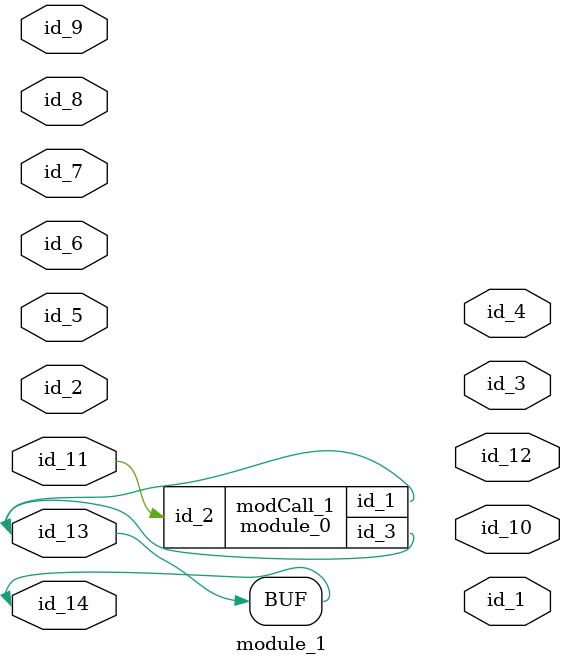
<source format=v>
module module_0 (
    id_1,
    id_2,
    id_3
);
  inout wire id_3;
  input wire id_2;
  inout wire id_1;
  assign id_1 = id_1 * id_3;
endmodule
module module_1 (
    id_1,
    id_2,
    id_3,
    id_4,
    id_5,
    id_6,
    id_7,
    id_8,
    id_9,
    id_10,
    id_11,
    id_12,
    id_13,
    id_14
);
  inout wire id_14;
  inout wire id_13;
  output wire id_12;
  inout wire id_11;
  output wire id_10;
  input wire id_9;
  input wire id_8;
  input wire id_7;
  input wire id_6;
  inout wire id_5;
  output wire id_4;
  output wire id_3;
  input wire id_2;
  output wire id_1;
  assign id_14 = 1 == id_13;
  module_0 modCall_1 (
      id_13,
      id_11,
      id_13
  );
endmodule

</source>
